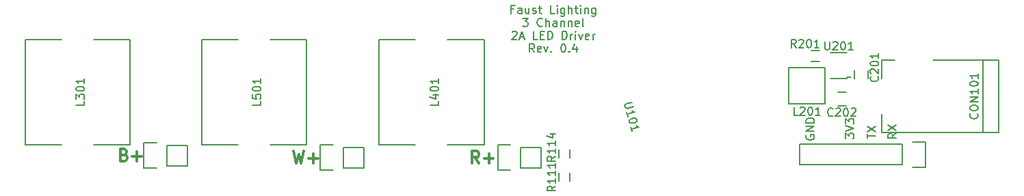
<source format=gbr>
G04 #@! TF.FileFunction,Legend,Top*
%FSLAX46Y46*%
G04 Gerber Fmt 4.6, Leading zero omitted, Abs format (unit mm)*
G04 Created by KiCad (PCBNEW 4.0.0-rc1-stable) date 2/20/2017 10:27:06 PM*
%MOMM*%
G01*
G04 APERTURE LIST*
%ADD10C,0.100000*%
%ADD11C,0.177800*%
%ADD12C,0.300000*%
%ADD13C,0.150000*%
G04 APERTURE END LIST*
D10*
D11*
X130076424Y-90821329D02*
X129737758Y-90821329D01*
X129737758Y-91353519D02*
X129737758Y-90337519D01*
X130221567Y-90337519D01*
X131044043Y-91353519D02*
X131044043Y-90821329D01*
X130995662Y-90724567D01*
X130898900Y-90676186D01*
X130705377Y-90676186D01*
X130608615Y-90724567D01*
X131044043Y-91305138D02*
X130947281Y-91353519D01*
X130705377Y-91353519D01*
X130608615Y-91305138D01*
X130560234Y-91208376D01*
X130560234Y-91111614D01*
X130608615Y-91014852D01*
X130705377Y-90966471D01*
X130947281Y-90966471D01*
X131044043Y-90918090D01*
X131963281Y-90676186D02*
X131963281Y-91353519D01*
X131527853Y-90676186D02*
X131527853Y-91208376D01*
X131576234Y-91305138D01*
X131672996Y-91353519D01*
X131818138Y-91353519D01*
X131914900Y-91305138D01*
X131963281Y-91256757D01*
X132398710Y-91305138D02*
X132495472Y-91353519D01*
X132688996Y-91353519D01*
X132785757Y-91305138D01*
X132834138Y-91208376D01*
X132834138Y-91159995D01*
X132785757Y-91063233D01*
X132688996Y-91014852D01*
X132543853Y-91014852D01*
X132447091Y-90966471D01*
X132398710Y-90869710D01*
X132398710Y-90821329D01*
X132447091Y-90724567D01*
X132543853Y-90676186D01*
X132688996Y-90676186D01*
X132785757Y-90724567D01*
X133124424Y-90676186D02*
X133511472Y-90676186D01*
X133269567Y-90337519D02*
X133269567Y-91208376D01*
X133317948Y-91305138D01*
X133414710Y-91353519D01*
X133511472Y-91353519D01*
X135108042Y-91353519D02*
X134624233Y-91353519D01*
X134624233Y-90337519D01*
X135446709Y-91353519D02*
X135446709Y-90676186D01*
X135446709Y-90337519D02*
X135398328Y-90385900D01*
X135446709Y-90434281D01*
X135495090Y-90385900D01*
X135446709Y-90337519D01*
X135446709Y-90434281D01*
X136365947Y-90676186D02*
X136365947Y-91498662D01*
X136317566Y-91595424D01*
X136269185Y-91643805D01*
X136172424Y-91692186D01*
X136027281Y-91692186D01*
X135930519Y-91643805D01*
X136365947Y-91305138D02*
X136269185Y-91353519D01*
X136075662Y-91353519D01*
X135978900Y-91305138D01*
X135930519Y-91256757D01*
X135882138Y-91159995D01*
X135882138Y-90869710D01*
X135930519Y-90772948D01*
X135978900Y-90724567D01*
X136075662Y-90676186D01*
X136269185Y-90676186D01*
X136365947Y-90724567D01*
X136849757Y-91353519D02*
X136849757Y-90337519D01*
X137285185Y-91353519D02*
X137285185Y-90821329D01*
X137236804Y-90724567D01*
X137140042Y-90676186D01*
X136994900Y-90676186D01*
X136898138Y-90724567D01*
X136849757Y-90772948D01*
X137623852Y-90676186D02*
X138010900Y-90676186D01*
X137768995Y-90337519D02*
X137768995Y-91208376D01*
X137817376Y-91305138D01*
X137914138Y-91353519D01*
X138010900Y-91353519D01*
X138349566Y-91353519D02*
X138349566Y-90676186D01*
X138349566Y-90337519D02*
X138301185Y-90385900D01*
X138349566Y-90434281D01*
X138397947Y-90385900D01*
X138349566Y-90337519D01*
X138349566Y-90434281D01*
X138833376Y-90676186D02*
X138833376Y-91353519D01*
X138833376Y-90772948D02*
X138881757Y-90724567D01*
X138978519Y-90676186D01*
X139123661Y-90676186D01*
X139220423Y-90724567D01*
X139268804Y-90821329D01*
X139268804Y-91353519D01*
X140188042Y-90676186D02*
X140188042Y-91498662D01*
X140139661Y-91595424D01*
X140091280Y-91643805D01*
X139994519Y-91692186D01*
X139849376Y-91692186D01*
X139752614Y-91643805D01*
X140188042Y-91305138D02*
X140091280Y-91353519D01*
X139897757Y-91353519D01*
X139800995Y-91305138D01*
X139752614Y-91256757D01*
X139704233Y-91159995D01*
X139704233Y-90869710D01*
X139752614Y-90772948D01*
X139800995Y-90724567D01*
X139897757Y-90676186D01*
X140091280Y-90676186D01*
X140188042Y-90724567D01*
X131189187Y-91937719D02*
X131818139Y-91937719D01*
X131479473Y-92324767D01*
X131624615Y-92324767D01*
X131721377Y-92373148D01*
X131769758Y-92421529D01*
X131818139Y-92518290D01*
X131818139Y-92760195D01*
X131769758Y-92856957D01*
X131721377Y-92905338D01*
X131624615Y-92953719D01*
X131334330Y-92953719D01*
X131237568Y-92905338D01*
X131189187Y-92856957D01*
X133608234Y-92856957D02*
X133559853Y-92905338D01*
X133414710Y-92953719D01*
X133317948Y-92953719D01*
X133172806Y-92905338D01*
X133076044Y-92808576D01*
X133027663Y-92711814D01*
X132979282Y-92518290D01*
X132979282Y-92373148D01*
X133027663Y-92179624D01*
X133076044Y-92082862D01*
X133172806Y-91986100D01*
X133317948Y-91937719D01*
X133414710Y-91937719D01*
X133559853Y-91986100D01*
X133608234Y-92034481D01*
X134043663Y-92953719D02*
X134043663Y-91937719D01*
X134479091Y-92953719D02*
X134479091Y-92421529D01*
X134430710Y-92324767D01*
X134333948Y-92276386D01*
X134188806Y-92276386D01*
X134092044Y-92324767D01*
X134043663Y-92373148D01*
X135398329Y-92953719D02*
X135398329Y-92421529D01*
X135349948Y-92324767D01*
X135253186Y-92276386D01*
X135059663Y-92276386D01*
X134962901Y-92324767D01*
X135398329Y-92905338D02*
X135301567Y-92953719D01*
X135059663Y-92953719D01*
X134962901Y-92905338D01*
X134914520Y-92808576D01*
X134914520Y-92711814D01*
X134962901Y-92615052D01*
X135059663Y-92566671D01*
X135301567Y-92566671D01*
X135398329Y-92518290D01*
X135882139Y-92276386D02*
X135882139Y-92953719D01*
X135882139Y-92373148D02*
X135930520Y-92324767D01*
X136027282Y-92276386D01*
X136172424Y-92276386D01*
X136269186Y-92324767D01*
X136317567Y-92421529D01*
X136317567Y-92953719D01*
X136801377Y-92276386D02*
X136801377Y-92953719D01*
X136801377Y-92373148D02*
X136849758Y-92324767D01*
X136946520Y-92276386D01*
X137091662Y-92276386D01*
X137188424Y-92324767D01*
X137236805Y-92421529D01*
X137236805Y-92953719D01*
X138107662Y-92905338D02*
X138010900Y-92953719D01*
X137817377Y-92953719D01*
X137720615Y-92905338D01*
X137672234Y-92808576D01*
X137672234Y-92421529D01*
X137720615Y-92324767D01*
X137817377Y-92276386D01*
X138010900Y-92276386D01*
X138107662Y-92324767D01*
X138156043Y-92421529D01*
X138156043Y-92518290D01*
X137672234Y-92615052D01*
X138736615Y-92953719D02*
X138639853Y-92905338D01*
X138591472Y-92808576D01*
X138591472Y-91937719D01*
X129882901Y-93634681D02*
X129931282Y-93586300D01*
X130028044Y-93537919D01*
X130269948Y-93537919D01*
X130366710Y-93586300D01*
X130415091Y-93634681D01*
X130463472Y-93731443D01*
X130463472Y-93828205D01*
X130415091Y-93973348D01*
X129834520Y-94553919D01*
X130463472Y-94553919D01*
X130850520Y-94263633D02*
X131334329Y-94263633D01*
X130753758Y-94553919D02*
X131092425Y-93537919D01*
X131431091Y-94553919D01*
X133027662Y-94553919D02*
X132543853Y-94553919D01*
X132543853Y-93537919D01*
X133366329Y-94021729D02*
X133704995Y-94021729D01*
X133850138Y-94553919D02*
X133366329Y-94553919D01*
X133366329Y-93537919D01*
X133850138Y-93537919D01*
X134285567Y-94553919D02*
X134285567Y-93537919D01*
X134527472Y-93537919D01*
X134672614Y-93586300D01*
X134769376Y-93683062D01*
X134817757Y-93779824D01*
X134866138Y-93973348D01*
X134866138Y-94118490D01*
X134817757Y-94312014D01*
X134769376Y-94408776D01*
X134672614Y-94505538D01*
X134527472Y-94553919D01*
X134285567Y-94553919D01*
X136075662Y-94553919D02*
X136075662Y-93537919D01*
X136317567Y-93537919D01*
X136462709Y-93586300D01*
X136559471Y-93683062D01*
X136607852Y-93779824D01*
X136656233Y-93973348D01*
X136656233Y-94118490D01*
X136607852Y-94312014D01*
X136559471Y-94408776D01*
X136462709Y-94505538D01*
X136317567Y-94553919D01*
X136075662Y-94553919D01*
X137091662Y-94553919D02*
X137091662Y-93876586D01*
X137091662Y-94070110D02*
X137140043Y-93973348D01*
X137188424Y-93924967D01*
X137285186Y-93876586D01*
X137381947Y-93876586D01*
X137720614Y-94553919D02*
X137720614Y-93876586D01*
X137720614Y-93537919D02*
X137672233Y-93586300D01*
X137720614Y-93634681D01*
X137768995Y-93586300D01*
X137720614Y-93537919D01*
X137720614Y-93634681D01*
X138107662Y-93876586D02*
X138349567Y-94553919D01*
X138591471Y-93876586D01*
X139365566Y-94505538D02*
X139268804Y-94553919D01*
X139075281Y-94553919D01*
X138978519Y-94505538D01*
X138930138Y-94408776D01*
X138930138Y-94021729D01*
X138978519Y-93924967D01*
X139075281Y-93876586D01*
X139268804Y-93876586D01*
X139365566Y-93924967D01*
X139413947Y-94021729D01*
X139413947Y-94118490D01*
X138930138Y-94215252D01*
X139849376Y-94553919D02*
X139849376Y-93876586D01*
X139849376Y-94070110D02*
X139897757Y-93973348D01*
X139946138Y-93924967D01*
X140042900Y-93876586D01*
X140139661Y-93876586D01*
X132616424Y-96154119D02*
X132277758Y-95670310D01*
X132035853Y-96154119D02*
X132035853Y-95138119D01*
X132422900Y-95138119D01*
X132519662Y-95186500D01*
X132568043Y-95234881D01*
X132616424Y-95331643D01*
X132616424Y-95476786D01*
X132568043Y-95573548D01*
X132519662Y-95621929D01*
X132422900Y-95670310D01*
X132035853Y-95670310D01*
X133438900Y-96105738D02*
X133342138Y-96154119D01*
X133148615Y-96154119D01*
X133051853Y-96105738D01*
X133003472Y-96008976D01*
X133003472Y-95621929D01*
X133051853Y-95525167D01*
X133148615Y-95476786D01*
X133342138Y-95476786D01*
X133438900Y-95525167D01*
X133487281Y-95621929D01*
X133487281Y-95718690D01*
X133003472Y-95815452D01*
X133825948Y-95476786D02*
X134067853Y-96154119D01*
X134309757Y-95476786D01*
X134696805Y-96057357D02*
X134745186Y-96105738D01*
X134696805Y-96154119D01*
X134648424Y-96105738D01*
X134696805Y-96057357D01*
X134696805Y-96154119D01*
X136148234Y-95138119D02*
X136244995Y-95138119D01*
X136341757Y-95186500D01*
X136390138Y-95234881D01*
X136438519Y-95331643D01*
X136486900Y-95525167D01*
X136486900Y-95767071D01*
X136438519Y-95960595D01*
X136390138Y-96057357D01*
X136341757Y-96105738D01*
X136244995Y-96154119D01*
X136148234Y-96154119D01*
X136051472Y-96105738D01*
X136003091Y-96057357D01*
X135954710Y-95960595D01*
X135906329Y-95767071D01*
X135906329Y-95525167D01*
X135954710Y-95331643D01*
X136003091Y-95234881D01*
X136051472Y-95186500D01*
X136148234Y-95138119D01*
X136922329Y-96057357D02*
X136970710Y-96105738D01*
X136922329Y-96154119D01*
X136873948Y-96105738D01*
X136922329Y-96057357D01*
X136922329Y-96154119D01*
X137841567Y-95476786D02*
X137841567Y-96154119D01*
X137599663Y-95089738D02*
X137357758Y-95815452D01*
X137986710Y-95815452D01*
X177434119Y-106214333D02*
X176950310Y-106552999D01*
X177434119Y-106794904D02*
X176418119Y-106794904D01*
X176418119Y-106407857D01*
X176466500Y-106311095D01*
X176514881Y-106262714D01*
X176611643Y-106214333D01*
X176756786Y-106214333D01*
X176853548Y-106262714D01*
X176901929Y-106311095D01*
X176950310Y-106407857D01*
X176950310Y-106794904D01*
X176418119Y-105875666D02*
X177434119Y-105198333D01*
X176418119Y-105198333D02*
X177434119Y-105875666D01*
X173814619Y-106819095D02*
X173814619Y-106238524D01*
X174830619Y-106528809D02*
X173814619Y-106528809D01*
X173814619Y-105996619D02*
X174830619Y-105319286D01*
X173814619Y-105319286D02*
X174830619Y-105996619D01*
X171147619Y-106858404D02*
X171147619Y-106229452D01*
X171534667Y-106568118D01*
X171534667Y-106422976D01*
X171583048Y-106326214D01*
X171631429Y-106277833D01*
X171728190Y-106229452D01*
X171970095Y-106229452D01*
X172066857Y-106277833D01*
X172115238Y-106326214D01*
X172163619Y-106422976D01*
X172163619Y-106713261D01*
X172115238Y-106810023D01*
X172066857Y-106858404D01*
X171147619Y-105939166D02*
X172163619Y-105600499D01*
X171147619Y-105261833D01*
X171147619Y-105019928D02*
X171147619Y-104390976D01*
X171534667Y-104729642D01*
X171534667Y-104584500D01*
X171583048Y-104487738D01*
X171631429Y-104439357D01*
X171728190Y-104390976D01*
X171970095Y-104390976D01*
X172066857Y-104439357D01*
X172115238Y-104487738D01*
X172163619Y-104584500D01*
X172163619Y-104874785D01*
X172115238Y-104971547D01*
X172066857Y-105019928D01*
X166306500Y-106438095D02*
X166258119Y-106534857D01*
X166258119Y-106680000D01*
X166306500Y-106825142D01*
X166403262Y-106921904D01*
X166500024Y-106970285D01*
X166693548Y-107018666D01*
X166838690Y-107018666D01*
X167032214Y-106970285D01*
X167128976Y-106921904D01*
X167225738Y-106825142D01*
X167274119Y-106680000D01*
X167274119Y-106583238D01*
X167225738Y-106438095D01*
X167177357Y-106389714D01*
X166838690Y-106389714D01*
X166838690Y-106583238D01*
X167274119Y-105954285D02*
X166258119Y-105954285D01*
X167274119Y-105373714D01*
X166258119Y-105373714D01*
X167274119Y-104889904D02*
X166258119Y-104889904D01*
X166258119Y-104647999D01*
X166306500Y-104502857D01*
X166403262Y-104406095D01*
X166500024Y-104357714D01*
X166693548Y-104309333D01*
X166838690Y-104309333D01*
X167032214Y-104357714D01*
X167128976Y-104406095D01*
X167225738Y-104502857D01*
X167274119Y-104647999D01*
X167274119Y-104889904D01*
D12*
X125773715Y-109898571D02*
X125273715Y-109184286D01*
X124916572Y-109898571D02*
X124916572Y-108398571D01*
X125488000Y-108398571D01*
X125630858Y-108470000D01*
X125702286Y-108541429D01*
X125773715Y-108684286D01*
X125773715Y-108898571D01*
X125702286Y-109041429D01*
X125630858Y-109112857D01*
X125488000Y-109184286D01*
X124916572Y-109184286D01*
X126416572Y-109327143D02*
X127559429Y-109327143D01*
X126988000Y-109898571D02*
X126988000Y-108755714D01*
X102822572Y-108398571D02*
X103179715Y-109898571D01*
X103465429Y-108827143D01*
X103751143Y-109898571D01*
X104108286Y-108398571D01*
X104679715Y-109327143D02*
X105822572Y-109327143D01*
X105251143Y-109898571D02*
X105251143Y-108755714D01*
X81855572Y-108858857D02*
X82069858Y-108930286D01*
X82141286Y-109001714D01*
X82212715Y-109144571D01*
X82212715Y-109358857D01*
X82141286Y-109501714D01*
X82069858Y-109573143D01*
X81927000Y-109644571D01*
X81355572Y-109644571D01*
X81355572Y-108144571D01*
X81855572Y-108144571D01*
X81998429Y-108216000D01*
X82069858Y-108287429D01*
X82141286Y-108430286D01*
X82141286Y-108573143D01*
X82069858Y-108716000D01*
X81998429Y-108787429D01*
X81855572Y-108858857D01*
X81355572Y-108858857D01*
X82855572Y-109073143D02*
X83998429Y-109073143D01*
X83427000Y-109644571D02*
X83427000Y-108501714D01*
D13*
X91417000Y-107591204D02*
X95917000Y-107591204D01*
X91417000Y-94591204D02*
X95917000Y-94591204D01*
X91417000Y-107591204D02*
X91417000Y-94591204D01*
X104417000Y-107591204D02*
X99917000Y-107591204D01*
X104417000Y-94591204D02*
X104417000Y-107591204D01*
X99917000Y-94591204D02*
X104417000Y-94591204D01*
X113388000Y-107591204D02*
X117888000Y-107591204D01*
X113388000Y-94591204D02*
X117888000Y-94591204D01*
X113388000Y-107591204D02*
X113388000Y-94591204D01*
X126388000Y-107591204D02*
X121888000Y-107591204D01*
X126388000Y-94591204D02*
X126388000Y-107591204D01*
X121888000Y-94591204D02*
X126388000Y-94591204D01*
X69573000Y-107591204D02*
X74073000Y-107591204D01*
X69573000Y-94591204D02*
X74073000Y-94591204D01*
X69573000Y-107591204D02*
X69573000Y-94591204D01*
X82573000Y-107591204D02*
X78073000Y-107591204D01*
X82573000Y-94591204D02*
X82573000Y-107591204D01*
X78073000Y-94591204D02*
X82573000Y-94591204D01*
X188130000Y-106100000D02*
X188130000Y-97100000D01*
X175630000Y-97100000D02*
X177230000Y-97100000D01*
X175630000Y-99400000D02*
X175630000Y-97100000D01*
X175630000Y-106100000D02*
X190130000Y-106100000D01*
X175630000Y-103800000D02*
X175630000Y-106100000D01*
X190130000Y-97100000D02*
X181930000Y-97100000D01*
X190130000Y-106100000D02*
X190130000Y-97100000D01*
X173945186Y-99430308D02*
X173945186Y-98430308D01*
X172245186Y-98430308D02*
X172245186Y-99430308D01*
X171182186Y-101128308D02*
X170182186Y-101128308D01*
X170182186Y-102828308D02*
X171182186Y-102828308D01*
X164114186Y-102577308D02*
X164114186Y-98077308D01*
X164114186Y-98077308D02*
X168614186Y-98077308D01*
X168614186Y-98077308D02*
X168614186Y-102577308D01*
X168614186Y-102577308D02*
X164114186Y-102577308D01*
X178181000Y-110109000D02*
X165481000Y-110109000D01*
X165481000Y-110109000D02*
X165481000Y-107569000D01*
X165481000Y-107569000D02*
X178181000Y-107569000D01*
X181001000Y-110389000D02*
X179451000Y-110389000D01*
X178181000Y-110109000D02*
X178181000Y-107569000D01*
X179451000Y-107289000D02*
X181001000Y-107289000D01*
X181001000Y-107289000D02*
X181001000Y-110389000D01*
X171301186Y-99387308D02*
X169301186Y-99387308D01*
X171301186Y-96187308D02*
X169301186Y-96187308D01*
X171801186Y-99287308D02*
X171301186Y-99287308D01*
X171301186Y-99287308D02*
X171301186Y-99387308D01*
X87122000Y-107696000D02*
X89662000Y-107696000D01*
X84302000Y-107416000D02*
X85852000Y-107416000D01*
X87122000Y-107696000D02*
X87122000Y-110236000D01*
X85852000Y-110516000D02*
X84302000Y-110516000D01*
X84302000Y-110516000D02*
X84302000Y-107416000D01*
X87122000Y-110236000D02*
X89662000Y-110236000D01*
X89662000Y-110236000D02*
X89662000Y-107696000D01*
X130937000Y-107950000D02*
X133477000Y-107950000D01*
X128117000Y-107670000D02*
X129667000Y-107670000D01*
X130937000Y-107950000D02*
X130937000Y-110490000D01*
X129667000Y-110770000D02*
X128117000Y-110770000D01*
X128117000Y-110770000D02*
X128117000Y-107670000D01*
X130937000Y-110490000D02*
X133477000Y-110490000D01*
X133477000Y-110490000D02*
X133477000Y-107950000D01*
X108966000Y-107950000D02*
X111506000Y-107950000D01*
X106146000Y-107670000D02*
X107696000Y-107670000D01*
X108966000Y-107950000D02*
X108966000Y-110490000D01*
X107696000Y-110770000D02*
X106146000Y-110770000D01*
X106146000Y-110770000D02*
X106146000Y-107670000D01*
X108966000Y-110490000D02*
X111506000Y-110490000D01*
X111506000Y-110490000D02*
X111506000Y-107950000D01*
X167880186Y-97319308D02*
X166880186Y-97319308D01*
X166880186Y-95969308D02*
X167880186Y-95969308D01*
X136971400Y-111132300D02*
X136971400Y-112132300D01*
X135621400Y-112132300D02*
X135621400Y-111132300D01*
X135621400Y-109198600D02*
X135621400Y-108198600D01*
X136971400Y-108198600D02*
X136971400Y-109198600D01*
X144738269Y-102342392D02*
X143956329Y-102551912D01*
X143876661Y-102622558D01*
X143842989Y-102680879D01*
X143821642Y-102785196D01*
X143870942Y-102969183D01*
X143941587Y-103048851D01*
X143999908Y-103082523D01*
X144104226Y-103103870D01*
X144886166Y-102894350D01*
X144179059Y-104119095D02*
X144031163Y-103567137D01*
X144105111Y-103843115D02*
X145071037Y-103584296D01*
X144908398Y-103529277D01*
X144791756Y-103461934D01*
X144721110Y-103382266D01*
X145305206Y-104458229D02*
X145329856Y-104550223D01*
X145308509Y-104654540D01*
X145274837Y-104712861D01*
X145195169Y-104783507D01*
X145023508Y-104878803D01*
X144793525Y-104940426D01*
X144597215Y-104943729D01*
X144492897Y-104922382D01*
X144434576Y-104888710D01*
X144363930Y-104809042D01*
X144339281Y-104717048D01*
X144360628Y-104612730D01*
X144394299Y-104554409D01*
X144473967Y-104483764D01*
X144645628Y-104388468D01*
X144875611Y-104326845D01*
X145071922Y-104323542D01*
X145176239Y-104344889D01*
X145234561Y-104378561D01*
X145305206Y-104458229D01*
X144672048Y-105958953D02*
X144524151Y-105406995D01*
X144598100Y-105682974D02*
X145564025Y-105424155D01*
X145401387Y-105369136D01*
X145284744Y-105301793D01*
X145214099Y-105222125D01*
X98750381Y-102210251D02*
X98750381Y-102686442D01*
X97750381Y-102686442D01*
X97750381Y-101400727D02*
X97750381Y-101876918D01*
X98226571Y-101924537D01*
X98178952Y-101876918D01*
X98131333Y-101781680D01*
X98131333Y-101543584D01*
X98178952Y-101448346D01*
X98226571Y-101400727D01*
X98321810Y-101353108D01*
X98559905Y-101353108D01*
X98655143Y-101400727D01*
X98702762Y-101448346D01*
X98750381Y-101543584D01*
X98750381Y-101781680D01*
X98702762Y-101876918D01*
X98655143Y-101924537D01*
X97750381Y-100734061D02*
X97750381Y-100638822D01*
X97798000Y-100543584D01*
X97845619Y-100495965D01*
X97940857Y-100448346D01*
X98131333Y-100400727D01*
X98369429Y-100400727D01*
X98559905Y-100448346D01*
X98655143Y-100495965D01*
X98702762Y-100543584D01*
X98750381Y-100638822D01*
X98750381Y-100734061D01*
X98702762Y-100829299D01*
X98655143Y-100876918D01*
X98559905Y-100924537D01*
X98369429Y-100972156D01*
X98131333Y-100972156D01*
X97940857Y-100924537D01*
X97845619Y-100876918D01*
X97798000Y-100829299D01*
X97750381Y-100734061D01*
X98750381Y-99448346D02*
X98750381Y-100019775D01*
X98750381Y-99734061D02*
X97750381Y-99734061D01*
X97893238Y-99829299D01*
X97988476Y-99924537D01*
X98036095Y-100019775D01*
X120721381Y-102211047D02*
X120721381Y-102687238D01*
X119721381Y-102687238D01*
X120054714Y-101449142D02*
X120721381Y-101449142D01*
X119673762Y-101687238D02*
X120388048Y-101925333D01*
X120388048Y-101306285D01*
X119721381Y-100734857D02*
X119721381Y-100639618D01*
X119769000Y-100544380D01*
X119816619Y-100496761D01*
X119911857Y-100449142D01*
X120102333Y-100401523D01*
X120340429Y-100401523D01*
X120530905Y-100449142D01*
X120626143Y-100496761D01*
X120673762Y-100544380D01*
X120721381Y-100639618D01*
X120721381Y-100734857D01*
X120673762Y-100830095D01*
X120626143Y-100877714D01*
X120530905Y-100925333D01*
X120340429Y-100972952D01*
X120102333Y-100972952D01*
X119911857Y-100925333D01*
X119816619Y-100877714D01*
X119769000Y-100830095D01*
X119721381Y-100734857D01*
X120721381Y-99449142D02*
X120721381Y-100020571D01*
X120721381Y-99734857D02*
X119721381Y-99734857D01*
X119864238Y-99830095D01*
X119959476Y-99925333D01*
X120007095Y-100020571D01*
X76906381Y-102210251D02*
X76906381Y-102686442D01*
X75906381Y-102686442D01*
X75906381Y-101972156D02*
X75906381Y-101353108D01*
X76287333Y-101686442D01*
X76287333Y-101543584D01*
X76334952Y-101448346D01*
X76382571Y-101400727D01*
X76477810Y-101353108D01*
X76715905Y-101353108D01*
X76811143Y-101400727D01*
X76858762Y-101448346D01*
X76906381Y-101543584D01*
X76906381Y-101829299D01*
X76858762Y-101924537D01*
X76811143Y-101972156D01*
X75906381Y-100734061D02*
X75906381Y-100638822D01*
X75954000Y-100543584D01*
X76001619Y-100495965D01*
X76096857Y-100448346D01*
X76287333Y-100400727D01*
X76525429Y-100400727D01*
X76715905Y-100448346D01*
X76811143Y-100495965D01*
X76858762Y-100543584D01*
X76906381Y-100638822D01*
X76906381Y-100734061D01*
X76858762Y-100829299D01*
X76811143Y-100876918D01*
X76715905Y-100924537D01*
X76525429Y-100972156D01*
X76287333Y-100972156D01*
X76096857Y-100924537D01*
X76001619Y-100876918D01*
X75954000Y-100829299D01*
X75906381Y-100734061D01*
X76906381Y-99448346D02*
X76906381Y-100019775D01*
X76906381Y-99734061D02*
X75906381Y-99734061D01*
X76049238Y-99829299D01*
X76144476Y-99924537D01*
X76192095Y-100019775D01*
X187428143Y-103766666D02*
X187475762Y-103814285D01*
X187523381Y-103957142D01*
X187523381Y-104052380D01*
X187475762Y-104195238D01*
X187380524Y-104290476D01*
X187285286Y-104338095D01*
X187094810Y-104385714D01*
X186951952Y-104385714D01*
X186761476Y-104338095D01*
X186666238Y-104290476D01*
X186571000Y-104195238D01*
X186523381Y-104052380D01*
X186523381Y-103957142D01*
X186571000Y-103814285D01*
X186618619Y-103766666D01*
X186523381Y-103147619D02*
X186523381Y-102957142D01*
X186571000Y-102861904D01*
X186666238Y-102766666D01*
X186856714Y-102719047D01*
X187190048Y-102719047D01*
X187380524Y-102766666D01*
X187475762Y-102861904D01*
X187523381Y-102957142D01*
X187523381Y-103147619D01*
X187475762Y-103242857D01*
X187380524Y-103338095D01*
X187190048Y-103385714D01*
X186856714Y-103385714D01*
X186666238Y-103338095D01*
X186571000Y-103242857D01*
X186523381Y-103147619D01*
X187523381Y-102290476D02*
X186523381Y-102290476D01*
X187523381Y-101719047D01*
X186523381Y-101719047D01*
X187523381Y-100719047D02*
X187523381Y-101290476D01*
X187523381Y-101004762D02*
X186523381Y-101004762D01*
X186666238Y-101100000D01*
X186761476Y-101195238D01*
X186809095Y-101290476D01*
X186523381Y-100100000D02*
X186523381Y-100004761D01*
X186571000Y-99909523D01*
X186618619Y-99861904D01*
X186713857Y-99814285D01*
X186904333Y-99766666D01*
X187142429Y-99766666D01*
X187332905Y-99814285D01*
X187428143Y-99861904D01*
X187475762Y-99909523D01*
X187523381Y-100004761D01*
X187523381Y-100100000D01*
X187475762Y-100195238D01*
X187428143Y-100242857D01*
X187332905Y-100290476D01*
X187142429Y-100338095D01*
X186904333Y-100338095D01*
X186713857Y-100290476D01*
X186618619Y-100242857D01*
X186571000Y-100195238D01*
X186523381Y-100100000D01*
X187523381Y-98814285D02*
X187523381Y-99385714D01*
X187523381Y-99100000D02*
X186523381Y-99100000D01*
X186666238Y-99195238D01*
X186761476Y-99290476D01*
X186809095Y-99385714D01*
X175109143Y-99163047D02*
X175156762Y-99210666D01*
X175204381Y-99353523D01*
X175204381Y-99448761D01*
X175156762Y-99591619D01*
X175061524Y-99686857D01*
X174966286Y-99734476D01*
X174775810Y-99782095D01*
X174632952Y-99782095D01*
X174442476Y-99734476D01*
X174347238Y-99686857D01*
X174252000Y-99591619D01*
X174204381Y-99448761D01*
X174204381Y-99353523D01*
X174252000Y-99210666D01*
X174299619Y-99163047D01*
X174299619Y-98782095D02*
X174252000Y-98734476D01*
X174204381Y-98639238D01*
X174204381Y-98401142D01*
X174252000Y-98305904D01*
X174299619Y-98258285D01*
X174394857Y-98210666D01*
X174490095Y-98210666D01*
X174632952Y-98258285D01*
X175204381Y-98829714D01*
X175204381Y-98210666D01*
X174204381Y-97591619D02*
X174204381Y-97496380D01*
X174252000Y-97401142D01*
X174299619Y-97353523D01*
X174394857Y-97305904D01*
X174585333Y-97258285D01*
X174823429Y-97258285D01*
X175013905Y-97305904D01*
X175109143Y-97353523D01*
X175156762Y-97401142D01*
X175204381Y-97496380D01*
X175204381Y-97591619D01*
X175156762Y-97686857D01*
X175109143Y-97734476D01*
X175013905Y-97782095D01*
X174823429Y-97829714D01*
X174585333Y-97829714D01*
X174394857Y-97782095D01*
X174299619Y-97734476D01*
X174252000Y-97686857D01*
X174204381Y-97591619D01*
X175204381Y-96305904D02*
X175204381Y-96877333D01*
X175204381Y-96591619D02*
X174204381Y-96591619D01*
X174347238Y-96686857D01*
X174442476Y-96782095D01*
X174490095Y-96877333D01*
X169563139Y-103989143D02*
X169515520Y-104036762D01*
X169372663Y-104084381D01*
X169277425Y-104084381D01*
X169134567Y-104036762D01*
X169039329Y-103941524D01*
X168991710Y-103846286D01*
X168944091Y-103655810D01*
X168944091Y-103512952D01*
X168991710Y-103322476D01*
X169039329Y-103227238D01*
X169134567Y-103132000D01*
X169277425Y-103084381D01*
X169372663Y-103084381D01*
X169515520Y-103132000D01*
X169563139Y-103179619D01*
X169944091Y-103179619D02*
X169991710Y-103132000D01*
X170086948Y-103084381D01*
X170325044Y-103084381D01*
X170420282Y-103132000D01*
X170467901Y-103179619D01*
X170515520Y-103274857D01*
X170515520Y-103370095D01*
X170467901Y-103512952D01*
X169896472Y-104084381D01*
X170515520Y-104084381D01*
X171134567Y-103084381D02*
X171229806Y-103084381D01*
X171325044Y-103132000D01*
X171372663Y-103179619D01*
X171420282Y-103274857D01*
X171467901Y-103465333D01*
X171467901Y-103703429D01*
X171420282Y-103893905D01*
X171372663Y-103989143D01*
X171325044Y-104036762D01*
X171229806Y-104084381D01*
X171134567Y-104084381D01*
X171039329Y-104036762D01*
X170991710Y-103989143D01*
X170944091Y-103893905D01*
X170896472Y-103703429D01*
X170896472Y-103465333D01*
X170944091Y-103274857D01*
X170991710Y-103179619D01*
X171039329Y-103132000D01*
X171134567Y-103084381D01*
X171848853Y-103179619D02*
X171896472Y-103132000D01*
X171991710Y-103084381D01*
X172229806Y-103084381D01*
X172325044Y-103132000D01*
X172372663Y-103179619D01*
X172420282Y-103274857D01*
X172420282Y-103370095D01*
X172372663Y-103512952D01*
X171801234Y-104084381D01*
X172420282Y-104084381D01*
X165245139Y-103954689D02*
X164768948Y-103954689D01*
X164768948Y-102954689D01*
X165530853Y-103049927D02*
X165578472Y-103002308D01*
X165673710Y-102954689D01*
X165911806Y-102954689D01*
X166007044Y-103002308D01*
X166054663Y-103049927D01*
X166102282Y-103145165D01*
X166102282Y-103240403D01*
X166054663Y-103383260D01*
X165483234Y-103954689D01*
X166102282Y-103954689D01*
X166721329Y-102954689D02*
X166816568Y-102954689D01*
X166911806Y-103002308D01*
X166959425Y-103049927D01*
X167007044Y-103145165D01*
X167054663Y-103335641D01*
X167054663Y-103573737D01*
X167007044Y-103764213D01*
X166959425Y-103859451D01*
X166911806Y-103907070D01*
X166816568Y-103954689D01*
X166721329Y-103954689D01*
X166626091Y-103907070D01*
X166578472Y-103859451D01*
X166530853Y-103764213D01*
X166483234Y-103573737D01*
X166483234Y-103335641D01*
X166530853Y-103145165D01*
X166578472Y-103049927D01*
X166626091Y-103002308D01*
X166721329Y-102954689D01*
X168007044Y-103954689D02*
X167435615Y-103954689D01*
X167721329Y-103954689D02*
X167721329Y-102954689D01*
X167626091Y-103097546D01*
X167530853Y-103192784D01*
X167435615Y-103240403D01*
X168586900Y-94839689D02*
X168586900Y-95649213D01*
X168634519Y-95744451D01*
X168682138Y-95792070D01*
X168777376Y-95839689D01*
X168967853Y-95839689D01*
X169063091Y-95792070D01*
X169110710Y-95744451D01*
X169158329Y-95649213D01*
X169158329Y-94839689D01*
X169586900Y-94934927D02*
X169634519Y-94887308D01*
X169729757Y-94839689D01*
X169967853Y-94839689D01*
X170063091Y-94887308D01*
X170110710Y-94934927D01*
X170158329Y-95030165D01*
X170158329Y-95125403D01*
X170110710Y-95268260D01*
X169539281Y-95839689D01*
X170158329Y-95839689D01*
X170777376Y-94839689D02*
X170872615Y-94839689D01*
X170967853Y-94887308D01*
X171015472Y-94934927D01*
X171063091Y-95030165D01*
X171110710Y-95220641D01*
X171110710Y-95458737D01*
X171063091Y-95649213D01*
X171015472Y-95744451D01*
X170967853Y-95792070D01*
X170872615Y-95839689D01*
X170777376Y-95839689D01*
X170682138Y-95792070D01*
X170634519Y-95744451D01*
X170586900Y-95649213D01*
X170539281Y-95458737D01*
X170539281Y-95220641D01*
X170586900Y-95030165D01*
X170634519Y-94934927D01*
X170682138Y-94887308D01*
X170777376Y-94839689D01*
X172063091Y-95839689D02*
X171491662Y-95839689D01*
X171777376Y-95839689D02*
X171777376Y-94839689D01*
X171682138Y-94982546D01*
X171586900Y-95077784D01*
X171491662Y-95125403D01*
X164996953Y-95575381D02*
X164663619Y-95099190D01*
X164425524Y-95575381D02*
X164425524Y-94575381D01*
X164806477Y-94575381D01*
X164901715Y-94623000D01*
X164949334Y-94670619D01*
X164996953Y-94765857D01*
X164996953Y-94908714D01*
X164949334Y-95003952D01*
X164901715Y-95051571D01*
X164806477Y-95099190D01*
X164425524Y-95099190D01*
X165377905Y-94670619D02*
X165425524Y-94623000D01*
X165520762Y-94575381D01*
X165758858Y-94575381D01*
X165854096Y-94623000D01*
X165901715Y-94670619D01*
X165949334Y-94765857D01*
X165949334Y-94861095D01*
X165901715Y-95003952D01*
X165330286Y-95575381D01*
X165949334Y-95575381D01*
X166568381Y-94575381D02*
X166663620Y-94575381D01*
X166758858Y-94623000D01*
X166806477Y-94670619D01*
X166854096Y-94765857D01*
X166901715Y-94956333D01*
X166901715Y-95194429D01*
X166854096Y-95384905D01*
X166806477Y-95480143D01*
X166758858Y-95527762D01*
X166663620Y-95575381D01*
X166568381Y-95575381D01*
X166473143Y-95527762D01*
X166425524Y-95480143D01*
X166377905Y-95384905D01*
X166330286Y-95194429D01*
X166330286Y-94956333D01*
X166377905Y-94765857D01*
X166425524Y-94670619D01*
X166473143Y-94623000D01*
X166568381Y-94575381D01*
X167854096Y-95575381D02*
X167282667Y-95575381D01*
X167568381Y-95575381D02*
X167568381Y-94575381D01*
X167473143Y-94718238D01*
X167377905Y-94813476D01*
X167282667Y-94861095D01*
X135250181Y-112752047D02*
X134773990Y-113085381D01*
X135250181Y-113323476D02*
X134250181Y-113323476D01*
X134250181Y-112942523D01*
X134297800Y-112847285D01*
X134345419Y-112799666D01*
X134440657Y-112752047D01*
X134583514Y-112752047D01*
X134678752Y-112799666D01*
X134726371Y-112847285D01*
X134773990Y-112942523D01*
X134773990Y-113323476D01*
X135250181Y-111799666D02*
X135250181Y-112371095D01*
X135250181Y-112085381D02*
X134250181Y-112085381D01*
X134393038Y-112180619D01*
X134488276Y-112275857D01*
X134535895Y-112371095D01*
X135250181Y-110847285D02*
X135250181Y-111418714D01*
X135250181Y-111133000D02*
X134250181Y-111133000D01*
X134393038Y-111228238D01*
X134488276Y-111323476D01*
X134535895Y-111418714D01*
X135250181Y-109894904D02*
X135250181Y-110466333D01*
X135250181Y-110180619D02*
X134250181Y-110180619D01*
X134393038Y-110275857D01*
X134488276Y-110371095D01*
X134535895Y-110466333D01*
X135212081Y-109056347D02*
X134735890Y-109389681D01*
X135212081Y-109627776D02*
X134212081Y-109627776D01*
X134212081Y-109246823D01*
X134259700Y-109151585D01*
X134307319Y-109103966D01*
X134402557Y-109056347D01*
X134545414Y-109056347D01*
X134640652Y-109103966D01*
X134688271Y-109151585D01*
X134735890Y-109246823D01*
X134735890Y-109627776D01*
X135212081Y-108103966D02*
X135212081Y-108675395D01*
X135212081Y-108389681D02*
X134212081Y-108389681D01*
X134354938Y-108484919D01*
X134450176Y-108580157D01*
X134497795Y-108675395D01*
X135212081Y-107151585D02*
X135212081Y-107723014D01*
X135212081Y-107437300D02*
X134212081Y-107437300D01*
X134354938Y-107532538D01*
X134450176Y-107627776D01*
X134497795Y-107723014D01*
X134545414Y-106294442D02*
X135212081Y-106294442D01*
X134164462Y-106532538D02*
X134878748Y-106770633D01*
X134878748Y-106151585D01*
M02*

</source>
